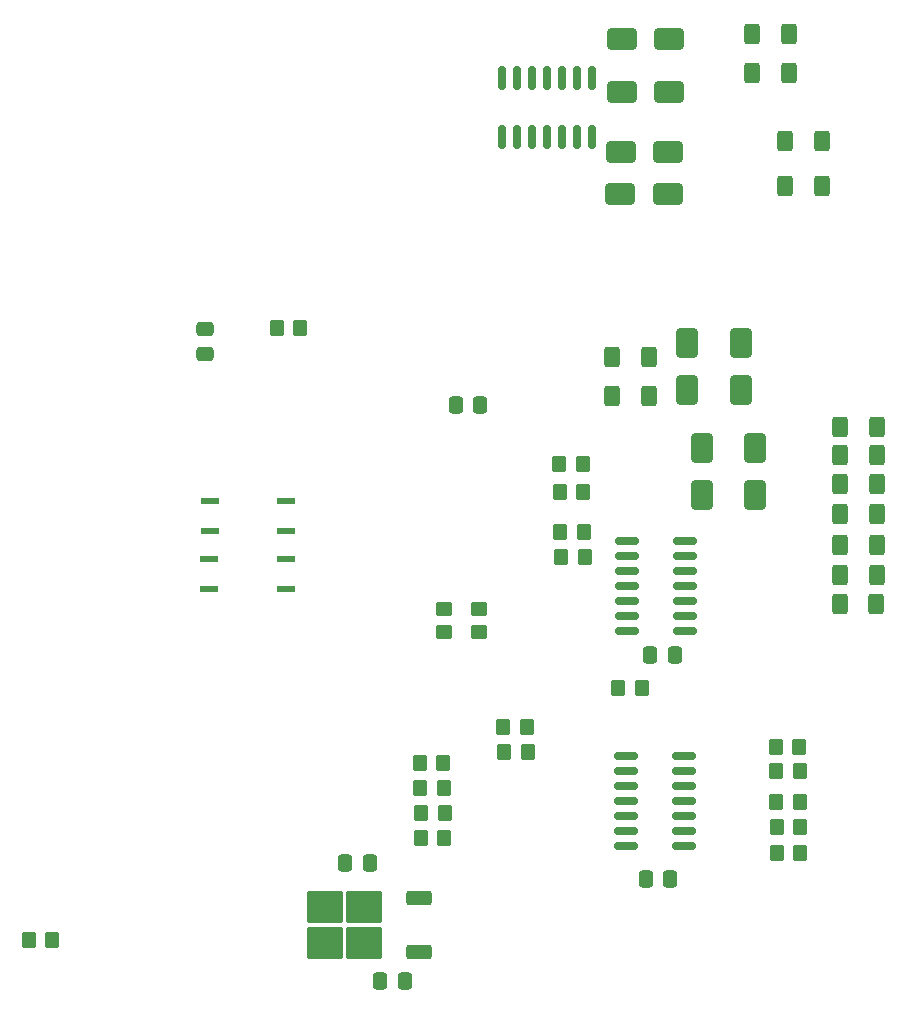
<source format=gbr>
%TF.GenerationSoftware,KiCad,Pcbnew,7.0.9*%
%TF.CreationDate,2024-01-08T18:19:43+05:30*%
%TF.ProjectId,BMS OPAMP,424d5320-4f50-4414-9d50-2e6b69636164,rev?*%
%TF.SameCoordinates,Original*%
%TF.FileFunction,Paste,Bot*%
%TF.FilePolarity,Positive*%
%FSLAX46Y46*%
G04 Gerber Fmt 4.6, Leading zero omitted, Abs format (unit mm)*
G04 Created by KiCad (PCBNEW 7.0.9) date 2024-01-08 18:19:43*
%MOMM*%
%LPD*%
G01*
G04 APERTURE LIST*
G04 Aperture macros list*
%AMRoundRect*
0 Rectangle with rounded corners*
0 $1 Rounding radius*
0 $2 $3 $4 $5 $6 $7 $8 $9 X,Y pos of 4 corners*
0 Add a 4 corners polygon primitive as box body*
4,1,4,$2,$3,$4,$5,$6,$7,$8,$9,$2,$3,0*
0 Add four circle primitives for the rounded corners*
1,1,$1+$1,$2,$3*
1,1,$1+$1,$4,$5*
1,1,$1+$1,$6,$7*
1,1,$1+$1,$8,$9*
0 Add four rect primitives between the rounded corners*
20,1,$1+$1,$2,$3,$4,$5,0*
20,1,$1+$1,$4,$5,$6,$7,0*
20,1,$1+$1,$6,$7,$8,$9,0*
20,1,$1+$1,$8,$9,$2,$3,0*%
G04 Aperture macros list end*
%ADD10RoundRect,0.250000X0.400000X0.625000X-0.400000X0.625000X-0.400000X-0.625000X0.400000X-0.625000X0*%
%ADD11RoundRect,0.137500X0.662500X0.137500X-0.662500X0.137500X-0.662500X-0.137500X0.662500X-0.137500X0*%
%ADD12RoundRect,0.250000X-0.350000X-0.450000X0.350000X-0.450000X0.350000X0.450000X-0.350000X0.450000X0*%
%ADD13RoundRect,0.150000X0.150000X-0.825000X0.150000X0.825000X-0.150000X0.825000X-0.150000X-0.825000X0*%
%ADD14RoundRect,0.250000X-0.650000X1.000000X-0.650000X-1.000000X0.650000X-1.000000X0.650000X1.000000X0*%
%ADD15RoundRect,0.150000X-0.825000X-0.150000X0.825000X-0.150000X0.825000X0.150000X-0.825000X0.150000X0*%
%ADD16RoundRect,0.250000X0.350000X0.450000X-0.350000X0.450000X-0.350000X-0.450000X0.350000X-0.450000X0*%
%ADD17RoundRect,0.250000X-0.400000X-0.625000X0.400000X-0.625000X0.400000X0.625000X-0.400000X0.625000X0*%
%ADD18RoundRect,0.250000X1.000000X0.650000X-1.000000X0.650000X-1.000000X-0.650000X1.000000X-0.650000X0*%
%ADD19RoundRect,0.250000X0.475000X-0.337500X0.475000X0.337500X-0.475000X0.337500X-0.475000X-0.337500X0*%
%ADD20RoundRect,0.250000X-0.450000X0.350000X-0.450000X-0.350000X0.450000X-0.350000X0.450000X0.350000X0*%
%ADD21RoundRect,0.250000X0.337500X0.475000X-0.337500X0.475000X-0.337500X-0.475000X0.337500X-0.475000X0*%
%ADD22RoundRect,0.250000X0.850000X0.350000X-0.850000X0.350000X-0.850000X-0.350000X0.850000X-0.350000X0*%
%ADD23RoundRect,0.250000X1.275000X1.125000X-1.275000X1.125000X-1.275000X-1.125000X1.275000X-1.125000X0*%
%ADD24RoundRect,0.250000X-0.337500X-0.475000X0.337500X-0.475000X0.337500X0.475000X-0.337500X0.475000X0*%
G04 APERTURE END LIST*
D10*
%TO.C,R63*%
X93218000Y-22619400D03*
X90118000Y-22619400D03*
%TD*%
D11*
%TO.C,U3*%
X50671800Y-58877200D03*
X50671800Y-61417200D03*
X44171800Y-61417200D03*
X44171800Y-58877200D03*
%TD*%
D10*
%TO.C,R57*%
X95986600Y-32220600D03*
X92886600Y-32220600D03*
%TD*%
D12*
%TO.C,R37*%
X73853800Y-61508000D03*
X75853800Y-61508000D03*
%TD*%
D13*
%TO.C,U11*%
X76555000Y-28027400D03*
X75285000Y-28027400D03*
X74015000Y-28027400D03*
X72745000Y-28027400D03*
X71475000Y-28027400D03*
X70205000Y-28027400D03*
X68935000Y-28027400D03*
X68935000Y-23077400D03*
X70205000Y-23077400D03*
X71475000Y-23077400D03*
X72745000Y-23077400D03*
X74015000Y-23077400D03*
X75285000Y-23077400D03*
X76555000Y-23077400D03*
%TD*%
D14*
%TO.C,D7*%
X85823200Y-54394600D03*
X85823200Y-58394600D03*
%TD*%
%TO.C,D10*%
X89157400Y-45472600D03*
X89157400Y-49472600D03*
%TD*%
D15*
%TO.C,U10*%
X79476600Y-69875400D03*
X79476600Y-68605400D03*
X79476600Y-67335400D03*
X79476600Y-66065400D03*
X79476600Y-64795400D03*
X79476600Y-63525400D03*
X79476600Y-62255400D03*
X84426600Y-62255400D03*
X84426600Y-63525400D03*
X84426600Y-64795400D03*
X84426600Y-66065400D03*
X84426600Y-67335400D03*
X84426600Y-68605400D03*
X84426600Y-69875400D03*
%TD*%
D16*
%TO.C,R15*%
X94116400Y-81737200D03*
X92116400Y-81737200D03*
%TD*%
D12*
%TO.C,R12*%
X69120000Y-80111600D03*
X71120000Y-80111600D03*
%TD*%
D16*
%TO.C,R42*%
X75803000Y-58089800D03*
X73803000Y-58089800D03*
%TD*%
D12*
%TO.C,R19*%
X69043800Y-78054200D03*
X71043800Y-78054200D03*
%TD*%
D17*
%TO.C,F2*%
X97534800Y-55016400D03*
X100634800Y-55016400D03*
%TD*%
D18*
%TO.C,D16*%
X83050800Y-24285800D03*
X79050800Y-24285800D03*
%TD*%
D12*
%TO.C,R9*%
X49850800Y-44272200D03*
X51850800Y-44272200D03*
%TD*%
D19*
%TO.C,C7*%
X43764200Y-46401900D03*
X43764200Y-44326900D03*
%TD*%
D20*
%TO.C,R33*%
X66979800Y-67986400D03*
X66979800Y-69986400D03*
%TD*%
D18*
%TO.C,D11*%
X82974600Y-29311600D03*
X78974600Y-29311600D03*
%TD*%
D10*
%TO.C,R62*%
X93218000Y-19329400D03*
X90118000Y-19329400D03*
%TD*%
D21*
%TO.C,C9*%
X60676700Y-99542600D03*
X58601700Y-99542600D03*
%TD*%
D16*
%TO.C,R29*%
X64042800Y-87452200D03*
X62042800Y-87452200D03*
%TD*%
D17*
%TO.C,F4*%
X97534800Y-59969400D03*
X100634800Y-59969400D03*
%TD*%
D16*
%TO.C,R31*%
X63966600Y-81076800D03*
X61966600Y-81076800D03*
%TD*%
D10*
%TO.C,R48*%
X81331400Y-46685200D03*
X78231400Y-46685200D03*
%TD*%
%TO.C,R49*%
X81331400Y-49975200D03*
X78231400Y-49975200D03*
%TD*%
D16*
%TO.C,R2*%
X30845000Y-96012000D03*
X28845000Y-96012000D03*
%TD*%
%TO.C,R16*%
X94192600Y-88696800D03*
X92192600Y-88696800D03*
%TD*%
D21*
%TO.C,C8*%
X57704900Y-89560400D03*
X55629900Y-89560400D03*
%TD*%
D16*
%TO.C,R35*%
X80740000Y-74752200D03*
X78740000Y-74752200D03*
%TD*%
D18*
%TO.C,D12*%
X82949200Y-32918400D03*
X78949200Y-32918400D03*
%TD*%
D17*
%TO.C,F1*%
X97534800Y-52603400D03*
X100634800Y-52603400D03*
%TD*%
D15*
%TO.C,U9*%
X79414600Y-88087200D03*
X79414600Y-86817200D03*
X79414600Y-85547200D03*
X79414600Y-84277200D03*
X79414600Y-83007200D03*
X79414600Y-81737200D03*
X79414600Y-80467200D03*
X84364600Y-80467200D03*
X84364600Y-81737200D03*
X84364600Y-83007200D03*
X84364600Y-84277200D03*
X84364600Y-85547200D03*
X84364600Y-86817200D03*
X84364600Y-88087200D03*
%TD*%
D10*
%TO.C,R56*%
X95986600Y-28397200D03*
X92886600Y-28397200D03*
%TD*%
D22*
%TO.C,U8*%
X61875200Y-92462000D03*
D23*
X57250200Y-96267000D03*
X57250200Y-93217000D03*
X53900200Y-96267000D03*
X53900200Y-93217000D03*
D22*
X61875200Y-97022000D03*
%TD*%
D16*
%TO.C,R28*%
X63992000Y-83210400D03*
X61992000Y-83210400D03*
%TD*%
%TO.C,R18*%
X94091000Y-79679800D03*
X92091000Y-79679800D03*
%TD*%
D14*
%TO.C,D9*%
X84607400Y-45472600D03*
X84607400Y-49472600D03*
%TD*%
D11*
%TO.C,U5*%
X50646400Y-63754000D03*
X50646400Y-66294000D03*
X44146400Y-66294000D03*
X44146400Y-63754000D03*
%TD*%
D16*
%TO.C,R30*%
X64068200Y-85293200D03*
X62068200Y-85293200D03*
%TD*%
D17*
%TO.C,F7*%
X97508800Y-67589400D03*
X100608800Y-67589400D03*
%TD*%
D14*
%TO.C,D8*%
X90373200Y-54394600D03*
X90373200Y-58394600D03*
%TD*%
D16*
%TO.C,R17*%
X94167200Y-86512400D03*
X92167200Y-86512400D03*
%TD*%
D17*
%TO.C,F3*%
X97534800Y-57429400D03*
X100634800Y-57429400D03*
%TD*%
%TO.C,F5*%
X97534800Y-62636400D03*
X100634800Y-62636400D03*
%TD*%
D12*
%TO.C,R34*%
X73930000Y-63652400D03*
X75930000Y-63652400D03*
%TD*%
D21*
%TO.C,C13*%
X83155700Y-90881200D03*
X81080700Y-90881200D03*
%TD*%
D16*
%TO.C,R43*%
X75777600Y-55753000D03*
X73777600Y-55753000D03*
%TD*%
D17*
%TO.C,F6*%
X97534800Y-65176400D03*
X100634800Y-65176400D03*
%TD*%
D24*
%TO.C,C11*%
X81461700Y-71958200D03*
X83536700Y-71958200D03*
%TD*%
D20*
%TO.C,R32*%
X64029800Y-67986400D03*
X64029800Y-69986400D03*
%TD*%
D21*
%TO.C,C12*%
X67077500Y-50749200D03*
X65002500Y-50749200D03*
%TD*%
D18*
%TO.C,D15*%
X83050800Y-19735800D03*
X79050800Y-19735800D03*
%TD*%
D16*
%TO.C,R14*%
X94141800Y-84378800D03*
X92141800Y-84378800D03*
%TD*%
M02*

</source>
